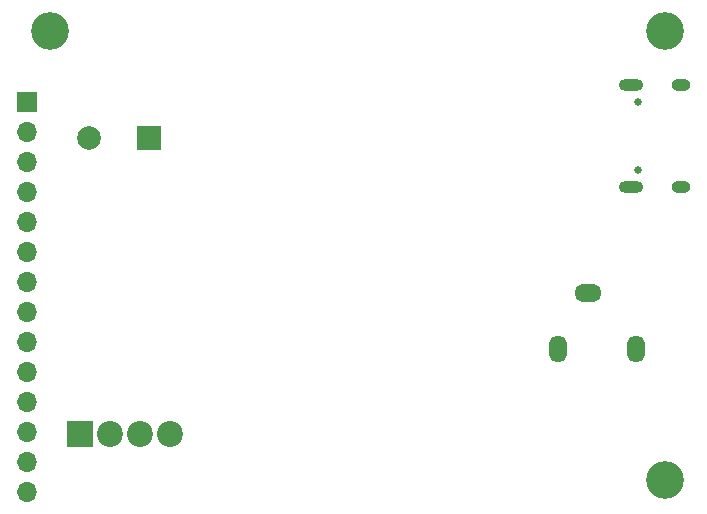
<source format=gbs>
G04 #@! TF.GenerationSoftware,KiCad,Pcbnew,(5.1.9)-1*
G04 #@! TF.CreationDate,2021-10-30T12:25:48+01:00*
G04 #@! TF.ProjectId,stepper_driver,73746570-7065-4725-9f64-72697665722e,rev?*
G04 #@! TF.SameCoordinates,Original*
G04 #@! TF.FileFunction,Soldermask,Bot*
G04 #@! TF.FilePolarity,Negative*
%FSLAX46Y46*%
G04 Gerber Fmt 4.6, Leading zero omitted, Abs format (unit mm)*
G04 Created by KiCad (PCBNEW (5.1.9)-1) date 2021-10-30 12:25:48*
%MOMM*%
%LPD*%
G01*
G04 APERTURE LIST*
%ADD10O,1.700000X1.700000*%
%ADD11R,1.700000X1.700000*%
%ADD12C,2.000000*%
%ADD13R,2.000000X2.000000*%
%ADD14C,2.200000*%
%ADD15R,2.200000X2.200000*%
%ADD16O,2.300000X1.500000*%
%ADD17O,1.500000X2.300000*%
%ADD18C,3.200000*%
%ADD19O,2.100000X1.000000*%
%ADD20C,0.650000*%
%ADD21O,1.600000X1.000000*%
G04 APERTURE END LIST*
D10*
X101800000Y-134320000D03*
X101800000Y-131780000D03*
X101800000Y-129240000D03*
X101800000Y-126700000D03*
X101800000Y-124160000D03*
X101800000Y-121620000D03*
X101800000Y-119080000D03*
X101800000Y-116540000D03*
X101800000Y-114000000D03*
X101800000Y-111460000D03*
X101800000Y-108920000D03*
X101800000Y-106380000D03*
X101800000Y-103840000D03*
D11*
X101800000Y-101300000D03*
D12*
X107100000Y-104400000D03*
D13*
X112100000Y-104400000D03*
D14*
X113920000Y-129400000D03*
X111380000Y-129400000D03*
X108840000Y-129400000D03*
D15*
X106300000Y-129400000D03*
D16*
X149300000Y-117500000D03*
D17*
X146750000Y-122200000D03*
X153400000Y-122200000D03*
D18*
X103800000Y-95300000D03*
X155800000Y-133300000D03*
X155800000Y-95300000D03*
D19*
X152970000Y-99882000D03*
X152970000Y-108522000D03*
D20*
X153500000Y-107092000D03*
D21*
X157150000Y-108522000D03*
D20*
X153500000Y-101312000D03*
D21*
X157150000Y-99882000D03*
M02*

</source>
